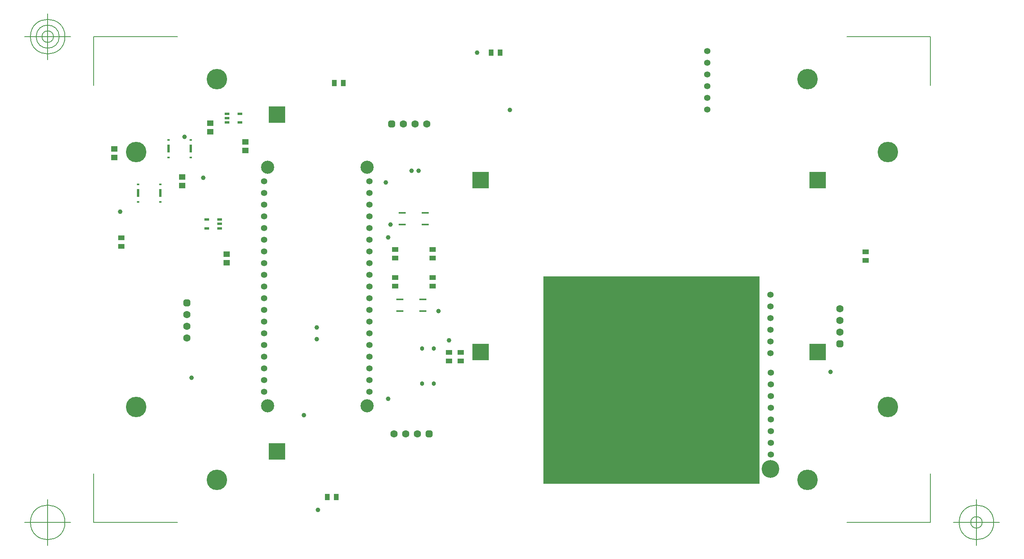
<source format=gbr>
G04 Generated by Ultiboard 14.2 *
%FSLAX24Y24*%
%MOIN*%

%ADD10C,0.0001*%
%ADD11C,0.0050*%
%ADD12C,0.0394*%
%ADD13C,0.1750*%
%ADD14R,1.8504X1.7717*%
%ADD15R,0.0591X0.0157*%
%ADD16C,0.0380*%
%ADD17C,0.0534*%
%ADD18C,0.1518*%
%ADD19R,0.1430X0.1430*%
%ADD20C,0.1124*%
%ADD21R,0.0433X0.0236*%
%ADD22R,0.0236X0.0657*%
%ADD23R,0.0236X0.0157*%
%ADD24R,0.0551X0.0413*%
%ADD25R,0.0413X0.0551*%
%ADD26C,0.0633*%
%ADD27R,0.0208X0.0208*%
%ADD28C,0.0392*%
%ADD29R,0.0571X0.0453*%


G04 ColorRGB FF00CC for the following layer *
%LNSolder Mask Top*%
%LPD*%
G54D10*
G54D11*
X-35743Y-20768D02*
X-35743Y-16614D01*
X-35743Y-20768D02*
X-28594Y-20768D01*
X35743Y-20768D02*
X28594Y-20768D01*
X35743Y-20768D02*
X35743Y-16614D01*
X35743Y20768D02*
X35743Y16614D01*
X35743Y20768D02*
X28594Y20768D01*
X-35743Y20768D02*
X-28594Y20768D01*
X-35743Y20768D02*
X-35743Y16614D01*
X-37711Y-20768D02*
X-41648Y-20768D01*
X-39680Y-22736D02*
X-39680Y-18799D01*
X-41156Y-20768D02*
G75*
D01*
G02X-41156Y-20768I1476J0*
G01*
X37711Y-20768D02*
X41648Y-20768D01*
X39680Y-22736D02*
X39680Y-18799D01*
X38203Y-20768D02*
G75*
D01*
G02X38203Y-20768I1477J0*
G01*
X39188Y-20768D02*
G75*
D01*
G02X39188Y-20768I492J0*
G01*
X-37711Y20768D02*
X-41648Y20768D01*
X-39680Y18799D02*
X-39680Y22736D01*
X-41156Y20768D02*
G75*
D01*
G02X-41156Y20768I1476J0*
G01*
X-40664Y20768D02*
G75*
D01*
G02X-40664Y20768I984J0*
G01*
X-40172Y20768D02*
G75*
D01*
G02X-40172Y20768I492J0*
G01*
G54D12*
X-33500Y5800D03*
X-27400Y-8400D03*
X-16600Y-19700D03*
X27200Y-7900D03*
X-10600Y3600D03*
X-10800Y8300D03*
X-16700Y-4100D03*
X-16700Y-5100D03*
X-17800Y-11600D03*
X-26400Y8700D03*
X-28000Y12200D03*
X-8600Y9300D03*
X-8000Y9300D03*
X-10600Y-10200D03*
X-6300Y-2700D03*
X-10400Y4700D03*
X-200Y14500D03*
X-5400Y-5200D03*
X-3000Y19400D03*
G54D13*
X-25240Y17140D03*
X25240Y17140D03*
X32110Y10890D03*
X32110Y-10890D03*
X-32110Y10890D03*
X-25240Y-17140D03*
X25240Y-17140D03*
X-32110Y-10890D03*
G54D14*
X11900Y-8600D03*
G54D15*
X-7416Y4700D03*
X-7416Y5700D03*
X-9384Y4700D03*
X-9384Y5700D03*
X-9584Y-1700D03*
X-9584Y-2700D03*
X-7616Y-1700D03*
X-7616Y-2700D03*
G54D16*
X-7700Y-8896D03*
X-6700Y-8896D03*
X-6700Y-5904D03*
X-7700Y-5904D03*
G54D17*
X22100Y-7955D03*
X22100Y-8955D03*
X22100Y-9955D03*
X22100Y-10955D03*
X22100Y-11955D03*
X22100Y-12955D03*
X22100Y-13955D03*
X22100Y-14955D03*
X22092Y-6314D03*
X22092Y-5314D03*
X22092Y-4314D03*
X22092Y-3314D03*
X22092Y-2314D03*
X22092Y-1314D03*
X-12200Y-9600D03*
X-12200Y-8600D03*
X-12200Y-7600D03*
X-12200Y-6600D03*
X-12200Y-5600D03*
X-12200Y-4600D03*
X-12200Y-3600D03*
X-12200Y-2600D03*
X-12200Y-1600D03*
X-12200Y-600D03*
X-12200Y400D03*
X-12200Y1400D03*
X-12200Y2400D03*
X-12200Y3400D03*
X-12200Y4400D03*
X-12200Y5400D03*
X-12200Y6400D03*
X-12200Y7400D03*
X-12200Y8400D03*
X-21200Y-9600D03*
X-21200Y-8600D03*
X-21200Y-7600D03*
X-21200Y-6600D03*
X-21200Y-5600D03*
X-21200Y-4600D03*
X-21200Y-3600D03*
X-21200Y-2600D03*
X-21200Y-1600D03*
X-21200Y-600D03*
X-21200Y400D03*
X-21200Y1400D03*
X-21200Y2400D03*
X-21200Y3400D03*
X-21200Y4400D03*
X-21200Y5400D03*
X-21200Y6400D03*
X-21200Y7400D03*
X-21200Y8400D03*
X16660Y14540D03*
X16660Y15540D03*
X16660Y16540D03*
X16660Y17540D03*
X16660Y18540D03*
X16660Y19540D03*
G54D18*
X22092Y-16195D03*
G54D19*
X-20100Y-14700D03*
X-20100Y14100D03*
X-2700Y-6200D03*
X26100Y-6200D03*
X26100Y8500D03*
X-2700Y8500D03*
G54D20*
X-12400Y-10800D03*
X-20900Y-10800D03*
X-20900Y9600D03*
X-12400Y9600D03*
G54D21*
X-23249Y13426D03*
X-23249Y14174D03*
X-24351Y13800D03*
X-24351Y14180D03*
X-24351Y13420D03*
X-26106Y5129D03*
X-26106Y4381D03*
X-25004Y4755D03*
X-25004Y4375D03*
X-25004Y5135D03*
G54D22*
X-29345Y11200D03*
X-27455Y11200D03*
X-31945Y7400D03*
X-30055Y7400D03*
G54D23*
X-29345Y10450D03*
X-29345Y11950D03*
X-27455Y11950D03*
X-27455Y10450D03*
X-31945Y6650D03*
X-31945Y8150D03*
X-30055Y8150D03*
X-30055Y6650D03*
G54D24*
X-5400Y-6226D03*
X-5400Y-6974D03*
X-10000Y174D03*
X-10000Y-574D03*
X-6800Y174D03*
X-6800Y-574D03*
X-6800Y1826D03*
X-6800Y2574D03*
X-10000Y1826D03*
X-10000Y2574D03*
X30200Y2374D03*
X30200Y1626D03*
X-33400Y2826D03*
X-33400Y3574D03*
X-4400Y-6226D03*
X-4400Y-6974D03*
G54D25*
X-1774Y19400D03*
X-1026Y19400D03*
X-15774Y-18600D03*
X-15026Y-18600D03*
X-15174Y16800D03*
X-14426Y16800D03*
G54D26*
X28000Y-3500D03*
X28000Y-4500D03*
X28000Y-2500D03*
X-27800Y-4000D03*
X-27800Y-3000D03*
X-27800Y-5000D03*
X-9096Y-13196D03*
X-8096Y-13196D03*
X-10096Y-13196D03*
X-8300Y13300D03*
X-9300Y13300D03*
X-7300Y13300D03*
G54D27*
X28000Y-5500D03*
X-27800Y-2000D03*
X-7096Y-13196D03*
X-10300Y13300D03*
G54D28*
X27896Y-5604D02*
X28104Y-5604D01*
X28104Y-5396D01*
X27896Y-5396D01*
X27896Y-5604D01*D02*
X-27904Y-2104D02*
X-27696Y-2104D01*
X-27696Y-1896D01*
X-27904Y-1896D01*
X-27904Y-2104D01*D02*
X-7200Y-13300D02*
X-6992Y-13300D01*
X-6992Y-13092D01*
X-7200Y-13092D01*
X-7200Y-13300D01*D02*
X-10404Y13196D02*
X-10196Y13196D01*
X-10196Y13404D01*
X-10404Y13404D01*
X-10404Y13196D01*D02*
G54D29*
X-22800Y11754D03*
X-22800Y11046D03*
X-25800Y13354D03*
X-25800Y12646D03*
X-24400Y1446D03*
X-24400Y2154D03*
X-28200Y8754D03*
X-28200Y8046D03*
X-34000Y10446D03*
X-34000Y11154D03*

M02*

</source>
